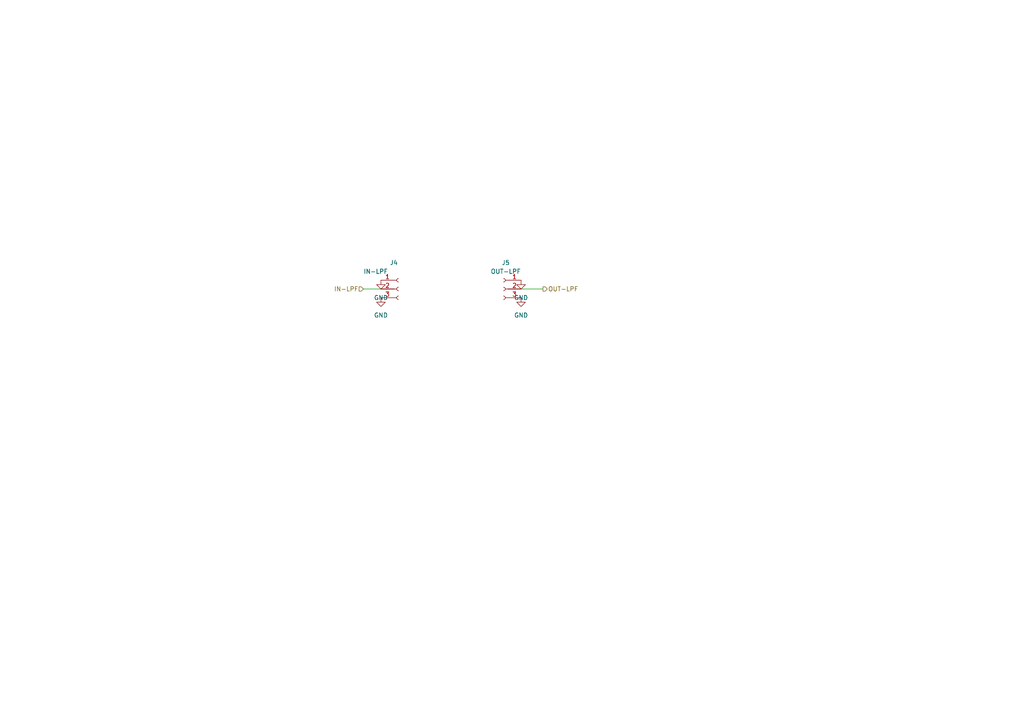
<source format=kicad_sch>
(kicad_sch (version 20230121) (generator eeschema)
  (paper "A4")
  (lib_symbols
    (symbol "Connector:Conn_01x03_Female" (pin_names (offset 1.016) hide)
      (property "Reference" "J" (at 0 5.08 0))
      (property "Value" "Conn_01x03_Female" (at 0 -5.08 0))
      (symbol "Conn_01x03_Female_1_1"
        (arc (start 0 -2.032) (mid -0.5058 -2.54) (end 0 -3.048) (stroke (width 0.1524)))
        (polyline (pts (xy -1.27 -2.54) (xy -0.508 -2.54)) (stroke (width 0.1524)))
        (polyline (pts (xy -1.27 0) (xy -0.508 0)) (stroke (width 0.1524)))
        (polyline (pts (xy -1.27 2.54) (xy -0.508 2.54)) (stroke (width 0.1524)))
        (arc (start 0 0.508) (mid -0.5058 0) (end 0 -0.508) (stroke (width 0.1524)))
        (arc (start 0 3.048) (mid -0.5058 2.54) (end 0 2.032) (stroke (width 0.1524)))
        (pin passive line (at -5.08 2.54 0) (length 3.81) (name "Pin_1") (number "1"))
        (pin passive line (at -5.08 0 0) (length 3.81) (name "Pin_2") (number "2"))
        (pin passive line (at -5.08 -2.54 0) (length 3.81) (name "Pin_3") (number "3"))
      )
    )
    (symbol "power:GND" (power) (pin_names (offset 0))
      (property "Value" "GND" (at 0 -3.81 0))
      (symbol "GND_0_1"
        (polyline (pts (xy 0 0) (xy 0 -1.27) (xy 1.27 -1.27) (xy 0 -2.54) (xy -1.27 -1.27) (xy 0 -1.27)))
      )
      (symbol "GND_1_1"
        (pin power_in line (at 0 0 270) (length 0) hide (name "GND") (number "1"))
      )
    )
  )
  (wire (pts (xy 105.41 83.82) (xy 110.49 83.82)))
  (wire (pts (xy 157.48 83.82) (xy 151.13 83.82)))
  (hierarchical_label "OUT-LPF" (shape output) (at 157.48 83.82 0))
  (hierarchical_label "IN-LPF" (shape input) (at 105.41 83.82 180))
  (symbol (lib_id "power:GND") (at 110.49 86.36 0) (unit 1)
    (property "Reference" "#PWR0101" (effects hide))
    (property "Value" "GND" (at 110.49 91.44 0))
  )
  (symbol (lib_id "power:GND") (at 151.13 81.28 0) (unit 1)
    (property "Reference" "#PWR0156" (effects hide))
    (property "Value" "GND" (at 151.13 86.36 0))
  )
  (symbol (lib_id "power:GND") (at 110.49 81.28 0) (unit 1)
    (property "Reference" "#PWR0154" (effects hide))
    (property "Value" "GND" (at 110.49 86.36 0))
  )
  (symbol (lib_id "Connector:Conn_01x03_Female") (at 146.05 83.82 0) (mirror y) (unit 1)
    (property "Reference" "J5" (at 146.685 76.2 0))
    (property "Value" "OUT-LPF" (at 146.685 78.74 0))
    (property "Footprint" "Connector_PinSocket_2.54mm:PinSocket_1x03_P2.54mm_Vertical" (effects hide))
  )
  (symbol (lib_id "Connector:Conn_01x03_Female") (at 115.57 83.82 0) (unit 1)
    (property "Reference" "J4" (at 113.03 76.2 0) (effects (justify left)))
    (property "Value" "IN-LPF" (at 105.41 78.74 0) (effects (justify left)))
    (property "Footprint" "Connector_PinSocket_2.54mm:PinSocket_1x03_P2.54mm_Vertical" (effects hide))
  )
  (symbol (lib_id "power:GND") (at 151.13 86.36 0) (unit 1)
    (property "Reference" "#PWR0155" (effects hide))
    (property "Value" "GND" (at 151.13 91.44 0))
  )
)
</source>
